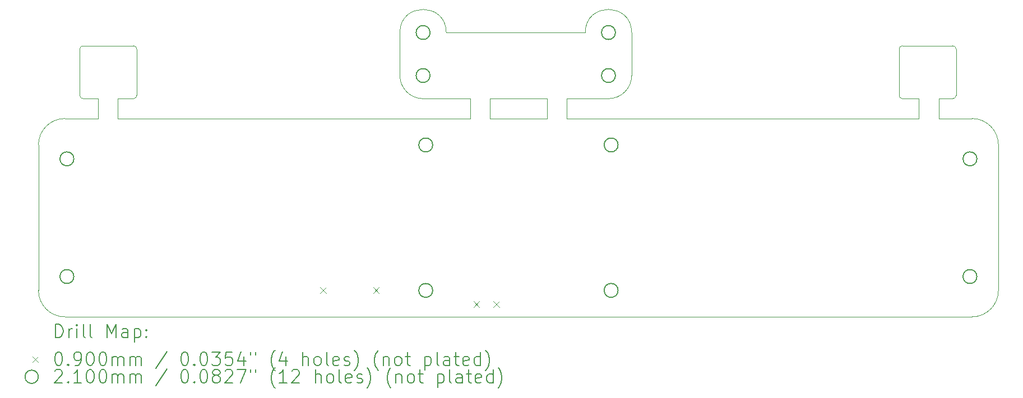
<source format=gbr>
%TF.GenerationSoftware,KiCad,Pcbnew,8.0.4*%
%TF.CreationDate,2024-11-30T14:10:03+01:00*%
%TF.ProjectId,ALL_PCBS,414c4c5f-5043-4425-932e-6b696361645f,rev?*%
%TF.SameCoordinates,Original*%
%TF.FileFunction,Drillmap*%
%TF.FilePolarity,Positive*%
%FSLAX45Y45*%
G04 Gerber Fmt 4.5, Leading zero omitted, Abs format (unit mm)*
G04 Created by KiCad (PCBNEW 8.0.4) date 2024-11-30 14:10:03*
%MOMM*%
%LPD*%
G01*
G04 APERTURE LIST*
%ADD10C,0.050000*%
%ADD11C,0.200000*%
%ADD12C,0.100000*%
%ADD13C,0.210000*%
G04 APERTURE END LIST*
D10*
X15240000Y-9120000D02*
X17340000Y-9120000D01*
X22147000Y-9320000D02*
X22130000Y-9320000D01*
X22080000Y-10070000D02*
X22080000Y-9370000D01*
X9704355Y-9570000D02*
X9704355Y-9370000D01*
X9775000Y-9320000D02*
X10300000Y-9320000D01*
X18040000Y-9770000D02*
G75*
G02*
X17690000Y-10120000I-350000J0D01*
G01*
X22890645Y-10120000D02*
X22680000Y-10120000D01*
X9480000Y-13420000D02*
G75*
G02*
X9080000Y-13020000I0J400000D01*
G01*
X9080000Y-10820000D02*
G75*
G02*
X9480000Y-10420000I400000J0D01*
G01*
X10565000Y-9370000D02*
X10565000Y-10070000D01*
X16760000Y-10120000D02*
X15900000Y-10120000D01*
X15900000Y-10420000D02*
X16760000Y-10420000D01*
X23180000Y-13420000D02*
X9480000Y-13420000D01*
X9704355Y-9370000D02*
G75*
G02*
X9754355Y-9319995I50005J0D01*
G01*
X15900000Y-10120000D02*
X15900000Y-10420000D01*
X23180000Y-10420000D02*
G75*
G02*
X23580000Y-10820000I0J-400000D01*
G01*
X22940645Y-9370000D02*
X22940645Y-9570000D01*
X17060000Y-10120000D02*
X17690000Y-10120000D01*
X22380000Y-10420000D02*
X17060000Y-10420000D01*
X22130000Y-10120000D02*
G75*
G02*
X22080000Y-10070000I0J50000D01*
G01*
X14890000Y-10120000D02*
G75*
G02*
X14540000Y-9770000I0J350000D01*
G01*
X15600000Y-10420000D02*
X15600000Y-10120000D01*
X22270000Y-9320000D02*
X22185000Y-9320000D01*
X22275000Y-9320000D02*
X22270000Y-9320000D01*
X10370000Y-9320000D02*
X10460000Y-9320000D01*
X14540000Y-9770000D02*
X14540000Y-9120000D01*
X9080000Y-13020000D02*
X9080000Y-10820000D01*
X9754355Y-10120000D02*
G75*
G02*
X9704360Y-10070000I5J50000D01*
G01*
X22680000Y-10420000D02*
X22680000Y-10120000D01*
X9980000Y-10120000D02*
X9775000Y-10120000D01*
X22890645Y-9320000D02*
G75*
G02*
X22940640Y-9370000I-5J-50000D01*
G01*
X10300000Y-9320000D02*
X10370000Y-9320000D01*
X10498000Y-9320000D02*
X10515000Y-9320000D01*
X9754355Y-9320000D02*
X9775000Y-9320000D01*
X10515000Y-10120000D02*
X10280000Y-10120000D01*
X22345000Y-9320000D02*
X22870000Y-9320000D01*
X10280000Y-10420000D02*
X15600000Y-10420000D01*
X14540000Y-9120000D02*
G75*
G02*
X15240000Y-9120000I350000J0D01*
G01*
X16760000Y-10120000D02*
X16760000Y-10420000D01*
X22890645Y-9320000D02*
X22870000Y-9320000D01*
X22380000Y-10120000D02*
X22130000Y-10120000D01*
X22940645Y-9870000D02*
X22940645Y-10070000D01*
X10515000Y-9320000D02*
G75*
G02*
X10565000Y-9370000I0J-50000D01*
G01*
X10460000Y-9320000D02*
X10498000Y-9320000D01*
X10280000Y-10120000D02*
X10280000Y-10420000D01*
X22940645Y-9570000D02*
X22940645Y-9870000D01*
X23580000Y-10820000D02*
X23580000Y-13020000D01*
X22940645Y-10070000D02*
G75*
G02*
X22890645Y-10120005I-50005J0D01*
G01*
X9704355Y-9870000D02*
X9704355Y-9570000D01*
X17340000Y-9120000D02*
G75*
G02*
X18040000Y-9120000I350000J0D01*
G01*
X18040000Y-9120000D02*
X18040000Y-9770000D01*
X9480000Y-10420000D02*
X9980000Y-10420000D01*
X9754355Y-10120000D02*
X9775000Y-10120000D01*
X23180000Y-10420000D02*
X22680000Y-10420000D01*
X22380000Y-10120000D02*
X22380000Y-10420000D01*
X17060000Y-10420000D02*
X17060000Y-10120000D01*
X9704355Y-10070000D02*
X9704355Y-9870000D01*
X22185000Y-9320000D02*
X22147000Y-9320000D01*
X9980000Y-10420000D02*
X9980000Y-10120000D01*
X23580000Y-13020000D02*
G75*
G02*
X23180000Y-13420000I-400000J0D01*
G01*
X22345000Y-9320000D02*
X22275000Y-9320000D01*
X22080000Y-9370000D02*
G75*
G02*
X22130000Y-9320000I50000J0D01*
G01*
X10565000Y-10070000D02*
G75*
G02*
X10515000Y-10120000I-50000J0D01*
G01*
X15600000Y-10120000D02*
X14890000Y-10120000D01*
D11*
D12*
X13335000Y-12975000D02*
X13425000Y-13065000D01*
X13425000Y-12975000D02*
X13335000Y-13065000D01*
X14135000Y-12975000D02*
X14225000Y-13065000D01*
X14225000Y-12975000D02*
X14135000Y-13065000D01*
X15650000Y-13186000D02*
X15740000Y-13276000D01*
X15740000Y-13186000D02*
X15650000Y-13276000D01*
X15950000Y-13186000D02*
X16040000Y-13276000D01*
X16040000Y-13186000D02*
X15950000Y-13276000D01*
D13*
X9615000Y-11030000D02*
G75*
G02*
X9405000Y-11030000I-105000J0D01*
G01*
X9405000Y-11030000D02*
G75*
G02*
X9615000Y-11030000I105000J0D01*
G01*
X9615000Y-12810000D02*
G75*
G02*
X9405000Y-12810000I-105000J0D01*
G01*
X9405000Y-12810000D02*
G75*
G02*
X9615000Y-12810000I105000J0D01*
G01*
X14995000Y-9120000D02*
G75*
G02*
X14785000Y-9120000I-105000J0D01*
G01*
X14785000Y-9120000D02*
G75*
G02*
X14995000Y-9120000I105000J0D01*
G01*
X14995000Y-9770000D02*
G75*
G02*
X14785000Y-9770000I-105000J0D01*
G01*
X14785000Y-9770000D02*
G75*
G02*
X14995000Y-9770000I105000J0D01*
G01*
X15035000Y-10820000D02*
G75*
G02*
X14825000Y-10820000I-105000J0D01*
G01*
X14825000Y-10820000D02*
G75*
G02*
X15035000Y-10820000I105000J0D01*
G01*
X15035000Y-13020000D02*
G75*
G02*
X14825000Y-13020000I-105000J0D01*
G01*
X14825000Y-13020000D02*
G75*
G02*
X15035000Y-13020000I105000J0D01*
G01*
X17795000Y-9120000D02*
G75*
G02*
X17585000Y-9120000I-105000J0D01*
G01*
X17585000Y-9120000D02*
G75*
G02*
X17795000Y-9120000I105000J0D01*
G01*
X17795000Y-9770000D02*
G75*
G02*
X17585000Y-9770000I-105000J0D01*
G01*
X17585000Y-9770000D02*
G75*
G02*
X17795000Y-9770000I105000J0D01*
G01*
X17835000Y-10820000D02*
G75*
G02*
X17625000Y-10820000I-105000J0D01*
G01*
X17625000Y-10820000D02*
G75*
G02*
X17835000Y-10820000I105000J0D01*
G01*
X17835000Y-13020000D02*
G75*
G02*
X17625000Y-13020000I-105000J0D01*
G01*
X17625000Y-13020000D02*
G75*
G02*
X17835000Y-13020000I105000J0D01*
G01*
X23255000Y-11030000D02*
G75*
G02*
X23045000Y-11030000I-105000J0D01*
G01*
X23045000Y-11030000D02*
G75*
G02*
X23255000Y-11030000I105000J0D01*
G01*
X23255000Y-12810000D02*
G75*
G02*
X23045000Y-12810000I-105000J0D01*
G01*
X23045000Y-12810000D02*
G75*
G02*
X23255000Y-12810000I105000J0D01*
G01*
D11*
X9338277Y-13733984D02*
X9338277Y-13533984D01*
X9338277Y-13533984D02*
X9385896Y-13533984D01*
X9385896Y-13533984D02*
X9414467Y-13543508D01*
X9414467Y-13543508D02*
X9433515Y-13562555D01*
X9433515Y-13562555D02*
X9443039Y-13581603D01*
X9443039Y-13581603D02*
X9452563Y-13619698D01*
X9452563Y-13619698D02*
X9452563Y-13648269D01*
X9452563Y-13648269D02*
X9443039Y-13686365D01*
X9443039Y-13686365D02*
X9433515Y-13705412D01*
X9433515Y-13705412D02*
X9414467Y-13724460D01*
X9414467Y-13724460D02*
X9385896Y-13733984D01*
X9385896Y-13733984D02*
X9338277Y-13733984D01*
X9538277Y-13733984D02*
X9538277Y-13600650D01*
X9538277Y-13638746D02*
X9547801Y-13619698D01*
X9547801Y-13619698D02*
X9557324Y-13610174D01*
X9557324Y-13610174D02*
X9576372Y-13600650D01*
X9576372Y-13600650D02*
X9595420Y-13600650D01*
X9662086Y-13733984D02*
X9662086Y-13600650D01*
X9662086Y-13533984D02*
X9652563Y-13543508D01*
X9652563Y-13543508D02*
X9662086Y-13553031D01*
X9662086Y-13553031D02*
X9671610Y-13543508D01*
X9671610Y-13543508D02*
X9662086Y-13533984D01*
X9662086Y-13533984D02*
X9662086Y-13553031D01*
X9785896Y-13733984D02*
X9766848Y-13724460D01*
X9766848Y-13724460D02*
X9757324Y-13705412D01*
X9757324Y-13705412D02*
X9757324Y-13533984D01*
X9890658Y-13733984D02*
X9871610Y-13724460D01*
X9871610Y-13724460D02*
X9862086Y-13705412D01*
X9862086Y-13705412D02*
X9862086Y-13533984D01*
X10119229Y-13733984D02*
X10119229Y-13533984D01*
X10119229Y-13533984D02*
X10185896Y-13676841D01*
X10185896Y-13676841D02*
X10252563Y-13533984D01*
X10252563Y-13533984D02*
X10252563Y-13733984D01*
X10433515Y-13733984D02*
X10433515Y-13629222D01*
X10433515Y-13629222D02*
X10423991Y-13610174D01*
X10423991Y-13610174D02*
X10404944Y-13600650D01*
X10404944Y-13600650D02*
X10366848Y-13600650D01*
X10366848Y-13600650D02*
X10347801Y-13610174D01*
X10433515Y-13724460D02*
X10414467Y-13733984D01*
X10414467Y-13733984D02*
X10366848Y-13733984D01*
X10366848Y-13733984D02*
X10347801Y-13724460D01*
X10347801Y-13724460D02*
X10338277Y-13705412D01*
X10338277Y-13705412D02*
X10338277Y-13686365D01*
X10338277Y-13686365D02*
X10347801Y-13667317D01*
X10347801Y-13667317D02*
X10366848Y-13657793D01*
X10366848Y-13657793D02*
X10414467Y-13657793D01*
X10414467Y-13657793D02*
X10433515Y-13648269D01*
X10528753Y-13600650D02*
X10528753Y-13800650D01*
X10528753Y-13610174D02*
X10547801Y-13600650D01*
X10547801Y-13600650D02*
X10585896Y-13600650D01*
X10585896Y-13600650D02*
X10604944Y-13610174D01*
X10604944Y-13610174D02*
X10614467Y-13619698D01*
X10614467Y-13619698D02*
X10623991Y-13638746D01*
X10623991Y-13638746D02*
X10623991Y-13695888D01*
X10623991Y-13695888D02*
X10614467Y-13714936D01*
X10614467Y-13714936D02*
X10604944Y-13724460D01*
X10604944Y-13724460D02*
X10585896Y-13733984D01*
X10585896Y-13733984D02*
X10547801Y-13733984D01*
X10547801Y-13733984D02*
X10528753Y-13724460D01*
X10709705Y-13714936D02*
X10719229Y-13724460D01*
X10719229Y-13724460D02*
X10709705Y-13733984D01*
X10709705Y-13733984D02*
X10700182Y-13724460D01*
X10700182Y-13724460D02*
X10709705Y-13714936D01*
X10709705Y-13714936D02*
X10709705Y-13733984D01*
X10709705Y-13610174D02*
X10719229Y-13619698D01*
X10719229Y-13619698D02*
X10709705Y-13629222D01*
X10709705Y-13629222D02*
X10700182Y-13619698D01*
X10700182Y-13619698D02*
X10709705Y-13610174D01*
X10709705Y-13610174D02*
X10709705Y-13629222D01*
D12*
X8987500Y-14017500D02*
X9077500Y-14107500D01*
X9077500Y-14017500D02*
X8987500Y-14107500D01*
D11*
X9376372Y-13953984D02*
X9395420Y-13953984D01*
X9395420Y-13953984D02*
X9414467Y-13963508D01*
X9414467Y-13963508D02*
X9423991Y-13973031D01*
X9423991Y-13973031D02*
X9433515Y-13992079D01*
X9433515Y-13992079D02*
X9443039Y-14030174D01*
X9443039Y-14030174D02*
X9443039Y-14077793D01*
X9443039Y-14077793D02*
X9433515Y-14115888D01*
X9433515Y-14115888D02*
X9423991Y-14134936D01*
X9423991Y-14134936D02*
X9414467Y-14144460D01*
X9414467Y-14144460D02*
X9395420Y-14153984D01*
X9395420Y-14153984D02*
X9376372Y-14153984D01*
X9376372Y-14153984D02*
X9357324Y-14144460D01*
X9357324Y-14144460D02*
X9347801Y-14134936D01*
X9347801Y-14134936D02*
X9338277Y-14115888D01*
X9338277Y-14115888D02*
X9328753Y-14077793D01*
X9328753Y-14077793D02*
X9328753Y-14030174D01*
X9328753Y-14030174D02*
X9338277Y-13992079D01*
X9338277Y-13992079D02*
X9347801Y-13973031D01*
X9347801Y-13973031D02*
X9357324Y-13963508D01*
X9357324Y-13963508D02*
X9376372Y-13953984D01*
X9528753Y-14134936D02*
X9538277Y-14144460D01*
X9538277Y-14144460D02*
X9528753Y-14153984D01*
X9528753Y-14153984D02*
X9519229Y-14144460D01*
X9519229Y-14144460D02*
X9528753Y-14134936D01*
X9528753Y-14134936D02*
X9528753Y-14153984D01*
X9633515Y-14153984D02*
X9671610Y-14153984D01*
X9671610Y-14153984D02*
X9690658Y-14144460D01*
X9690658Y-14144460D02*
X9700182Y-14134936D01*
X9700182Y-14134936D02*
X9719229Y-14106365D01*
X9719229Y-14106365D02*
X9728753Y-14068269D01*
X9728753Y-14068269D02*
X9728753Y-13992079D01*
X9728753Y-13992079D02*
X9719229Y-13973031D01*
X9719229Y-13973031D02*
X9709705Y-13963508D01*
X9709705Y-13963508D02*
X9690658Y-13953984D01*
X9690658Y-13953984D02*
X9652563Y-13953984D01*
X9652563Y-13953984D02*
X9633515Y-13963508D01*
X9633515Y-13963508D02*
X9623991Y-13973031D01*
X9623991Y-13973031D02*
X9614467Y-13992079D01*
X9614467Y-13992079D02*
X9614467Y-14039698D01*
X9614467Y-14039698D02*
X9623991Y-14058746D01*
X9623991Y-14058746D02*
X9633515Y-14068269D01*
X9633515Y-14068269D02*
X9652563Y-14077793D01*
X9652563Y-14077793D02*
X9690658Y-14077793D01*
X9690658Y-14077793D02*
X9709705Y-14068269D01*
X9709705Y-14068269D02*
X9719229Y-14058746D01*
X9719229Y-14058746D02*
X9728753Y-14039698D01*
X9852563Y-13953984D02*
X9871610Y-13953984D01*
X9871610Y-13953984D02*
X9890658Y-13963508D01*
X9890658Y-13963508D02*
X9900182Y-13973031D01*
X9900182Y-13973031D02*
X9909705Y-13992079D01*
X9909705Y-13992079D02*
X9919229Y-14030174D01*
X9919229Y-14030174D02*
X9919229Y-14077793D01*
X9919229Y-14077793D02*
X9909705Y-14115888D01*
X9909705Y-14115888D02*
X9900182Y-14134936D01*
X9900182Y-14134936D02*
X9890658Y-14144460D01*
X9890658Y-14144460D02*
X9871610Y-14153984D01*
X9871610Y-14153984D02*
X9852563Y-14153984D01*
X9852563Y-14153984D02*
X9833515Y-14144460D01*
X9833515Y-14144460D02*
X9823991Y-14134936D01*
X9823991Y-14134936D02*
X9814467Y-14115888D01*
X9814467Y-14115888D02*
X9804944Y-14077793D01*
X9804944Y-14077793D02*
X9804944Y-14030174D01*
X9804944Y-14030174D02*
X9814467Y-13992079D01*
X9814467Y-13992079D02*
X9823991Y-13973031D01*
X9823991Y-13973031D02*
X9833515Y-13963508D01*
X9833515Y-13963508D02*
X9852563Y-13953984D01*
X10043039Y-13953984D02*
X10062086Y-13953984D01*
X10062086Y-13953984D02*
X10081134Y-13963508D01*
X10081134Y-13963508D02*
X10090658Y-13973031D01*
X10090658Y-13973031D02*
X10100182Y-13992079D01*
X10100182Y-13992079D02*
X10109705Y-14030174D01*
X10109705Y-14030174D02*
X10109705Y-14077793D01*
X10109705Y-14077793D02*
X10100182Y-14115888D01*
X10100182Y-14115888D02*
X10090658Y-14134936D01*
X10090658Y-14134936D02*
X10081134Y-14144460D01*
X10081134Y-14144460D02*
X10062086Y-14153984D01*
X10062086Y-14153984D02*
X10043039Y-14153984D01*
X10043039Y-14153984D02*
X10023991Y-14144460D01*
X10023991Y-14144460D02*
X10014467Y-14134936D01*
X10014467Y-14134936D02*
X10004944Y-14115888D01*
X10004944Y-14115888D02*
X9995420Y-14077793D01*
X9995420Y-14077793D02*
X9995420Y-14030174D01*
X9995420Y-14030174D02*
X10004944Y-13992079D01*
X10004944Y-13992079D02*
X10014467Y-13973031D01*
X10014467Y-13973031D02*
X10023991Y-13963508D01*
X10023991Y-13963508D02*
X10043039Y-13953984D01*
X10195420Y-14153984D02*
X10195420Y-14020650D01*
X10195420Y-14039698D02*
X10204944Y-14030174D01*
X10204944Y-14030174D02*
X10223991Y-14020650D01*
X10223991Y-14020650D02*
X10252563Y-14020650D01*
X10252563Y-14020650D02*
X10271610Y-14030174D01*
X10271610Y-14030174D02*
X10281134Y-14049222D01*
X10281134Y-14049222D02*
X10281134Y-14153984D01*
X10281134Y-14049222D02*
X10290658Y-14030174D01*
X10290658Y-14030174D02*
X10309705Y-14020650D01*
X10309705Y-14020650D02*
X10338277Y-14020650D01*
X10338277Y-14020650D02*
X10357325Y-14030174D01*
X10357325Y-14030174D02*
X10366848Y-14049222D01*
X10366848Y-14049222D02*
X10366848Y-14153984D01*
X10462086Y-14153984D02*
X10462086Y-14020650D01*
X10462086Y-14039698D02*
X10471610Y-14030174D01*
X10471610Y-14030174D02*
X10490658Y-14020650D01*
X10490658Y-14020650D02*
X10519229Y-14020650D01*
X10519229Y-14020650D02*
X10538277Y-14030174D01*
X10538277Y-14030174D02*
X10547801Y-14049222D01*
X10547801Y-14049222D02*
X10547801Y-14153984D01*
X10547801Y-14049222D02*
X10557325Y-14030174D01*
X10557325Y-14030174D02*
X10576372Y-14020650D01*
X10576372Y-14020650D02*
X10604944Y-14020650D01*
X10604944Y-14020650D02*
X10623991Y-14030174D01*
X10623991Y-14030174D02*
X10633515Y-14049222D01*
X10633515Y-14049222D02*
X10633515Y-14153984D01*
X11023991Y-13944460D02*
X10852563Y-14201603D01*
X11281134Y-13953984D02*
X11300182Y-13953984D01*
X11300182Y-13953984D02*
X11319229Y-13963508D01*
X11319229Y-13963508D02*
X11328753Y-13973031D01*
X11328753Y-13973031D02*
X11338277Y-13992079D01*
X11338277Y-13992079D02*
X11347801Y-14030174D01*
X11347801Y-14030174D02*
X11347801Y-14077793D01*
X11347801Y-14077793D02*
X11338277Y-14115888D01*
X11338277Y-14115888D02*
X11328753Y-14134936D01*
X11328753Y-14134936D02*
X11319229Y-14144460D01*
X11319229Y-14144460D02*
X11300182Y-14153984D01*
X11300182Y-14153984D02*
X11281134Y-14153984D01*
X11281134Y-14153984D02*
X11262086Y-14144460D01*
X11262086Y-14144460D02*
X11252563Y-14134936D01*
X11252563Y-14134936D02*
X11243039Y-14115888D01*
X11243039Y-14115888D02*
X11233515Y-14077793D01*
X11233515Y-14077793D02*
X11233515Y-14030174D01*
X11233515Y-14030174D02*
X11243039Y-13992079D01*
X11243039Y-13992079D02*
X11252563Y-13973031D01*
X11252563Y-13973031D02*
X11262086Y-13963508D01*
X11262086Y-13963508D02*
X11281134Y-13953984D01*
X11433515Y-14134936D02*
X11443039Y-14144460D01*
X11443039Y-14144460D02*
X11433515Y-14153984D01*
X11433515Y-14153984D02*
X11423991Y-14144460D01*
X11423991Y-14144460D02*
X11433515Y-14134936D01*
X11433515Y-14134936D02*
X11433515Y-14153984D01*
X11566848Y-13953984D02*
X11585896Y-13953984D01*
X11585896Y-13953984D02*
X11604944Y-13963508D01*
X11604944Y-13963508D02*
X11614467Y-13973031D01*
X11614467Y-13973031D02*
X11623991Y-13992079D01*
X11623991Y-13992079D02*
X11633515Y-14030174D01*
X11633515Y-14030174D02*
X11633515Y-14077793D01*
X11633515Y-14077793D02*
X11623991Y-14115888D01*
X11623991Y-14115888D02*
X11614467Y-14134936D01*
X11614467Y-14134936D02*
X11604944Y-14144460D01*
X11604944Y-14144460D02*
X11585896Y-14153984D01*
X11585896Y-14153984D02*
X11566848Y-14153984D01*
X11566848Y-14153984D02*
X11547801Y-14144460D01*
X11547801Y-14144460D02*
X11538277Y-14134936D01*
X11538277Y-14134936D02*
X11528753Y-14115888D01*
X11528753Y-14115888D02*
X11519229Y-14077793D01*
X11519229Y-14077793D02*
X11519229Y-14030174D01*
X11519229Y-14030174D02*
X11528753Y-13992079D01*
X11528753Y-13992079D02*
X11538277Y-13973031D01*
X11538277Y-13973031D02*
X11547801Y-13963508D01*
X11547801Y-13963508D02*
X11566848Y-13953984D01*
X11700182Y-13953984D02*
X11823991Y-13953984D01*
X11823991Y-13953984D02*
X11757325Y-14030174D01*
X11757325Y-14030174D02*
X11785896Y-14030174D01*
X11785896Y-14030174D02*
X11804944Y-14039698D01*
X11804944Y-14039698D02*
X11814467Y-14049222D01*
X11814467Y-14049222D02*
X11823991Y-14068269D01*
X11823991Y-14068269D02*
X11823991Y-14115888D01*
X11823991Y-14115888D02*
X11814467Y-14134936D01*
X11814467Y-14134936D02*
X11804944Y-14144460D01*
X11804944Y-14144460D02*
X11785896Y-14153984D01*
X11785896Y-14153984D02*
X11728753Y-14153984D01*
X11728753Y-14153984D02*
X11709706Y-14144460D01*
X11709706Y-14144460D02*
X11700182Y-14134936D01*
X12004944Y-13953984D02*
X11909706Y-13953984D01*
X11909706Y-13953984D02*
X11900182Y-14049222D01*
X11900182Y-14049222D02*
X11909706Y-14039698D01*
X11909706Y-14039698D02*
X11928753Y-14030174D01*
X11928753Y-14030174D02*
X11976372Y-14030174D01*
X11976372Y-14030174D02*
X11995420Y-14039698D01*
X11995420Y-14039698D02*
X12004944Y-14049222D01*
X12004944Y-14049222D02*
X12014467Y-14068269D01*
X12014467Y-14068269D02*
X12014467Y-14115888D01*
X12014467Y-14115888D02*
X12004944Y-14134936D01*
X12004944Y-14134936D02*
X11995420Y-14144460D01*
X11995420Y-14144460D02*
X11976372Y-14153984D01*
X11976372Y-14153984D02*
X11928753Y-14153984D01*
X11928753Y-14153984D02*
X11909706Y-14144460D01*
X11909706Y-14144460D02*
X11900182Y-14134936D01*
X12185896Y-14020650D02*
X12185896Y-14153984D01*
X12138277Y-13944460D02*
X12090658Y-14087317D01*
X12090658Y-14087317D02*
X12214467Y-14087317D01*
X12281134Y-13953984D02*
X12281134Y-13992079D01*
X12357325Y-13953984D02*
X12357325Y-13992079D01*
X12652563Y-14230174D02*
X12643039Y-14220650D01*
X12643039Y-14220650D02*
X12623991Y-14192079D01*
X12623991Y-14192079D02*
X12614468Y-14173031D01*
X12614468Y-14173031D02*
X12604944Y-14144460D01*
X12604944Y-14144460D02*
X12595420Y-14096841D01*
X12595420Y-14096841D02*
X12595420Y-14058746D01*
X12595420Y-14058746D02*
X12604944Y-14011127D01*
X12604944Y-14011127D02*
X12614468Y-13982555D01*
X12614468Y-13982555D02*
X12623991Y-13963508D01*
X12623991Y-13963508D02*
X12643039Y-13934936D01*
X12643039Y-13934936D02*
X12652563Y-13925412D01*
X12814468Y-14020650D02*
X12814468Y-14153984D01*
X12766848Y-13944460D02*
X12719229Y-14087317D01*
X12719229Y-14087317D02*
X12843039Y-14087317D01*
X13071610Y-14153984D02*
X13071610Y-13953984D01*
X13157325Y-14153984D02*
X13157325Y-14049222D01*
X13157325Y-14049222D02*
X13147801Y-14030174D01*
X13147801Y-14030174D02*
X13128753Y-14020650D01*
X13128753Y-14020650D02*
X13100182Y-14020650D01*
X13100182Y-14020650D02*
X13081134Y-14030174D01*
X13081134Y-14030174D02*
X13071610Y-14039698D01*
X13281134Y-14153984D02*
X13262087Y-14144460D01*
X13262087Y-14144460D02*
X13252563Y-14134936D01*
X13252563Y-14134936D02*
X13243039Y-14115888D01*
X13243039Y-14115888D02*
X13243039Y-14058746D01*
X13243039Y-14058746D02*
X13252563Y-14039698D01*
X13252563Y-14039698D02*
X13262087Y-14030174D01*
X13262087Y-14030174D02*
X13281134Y-14020650D01*
X13281134Y-14020650D02*
X13309706Y-14020650D01*
X13309706Y-14020650D02*
X13328753Y-14030174D01*
X13328753Y-14030174D02*
X13338277Y-14039698D01*
X13338277Y-14039698D02*
X13347801Y-14058746D01*
X13347801Y-14058746D02*
X13347801Y-14115888D01*
X13347801Y-14115888D02*
X13338277Y-14134936D01*
X13338277Y-14134936D02*
X13328753Y-14144460D01*
X13328753Y-14144460D02*
X13309706Y-14153984D01*
X13309706Y-14153984D02*
X13281134Y-14153984D01*
X13462087Y-14153984D02*
X13443039Y-14144460D01*
X13443039Y-14144460D02*
X13433515Y-14125412D01*
X13433515Y-14125412D02*
X13433515Y-13953984D01*
X13614468Y-14144460D02*
X13595420Y-14153984D01*
X13595420Y-14153984D02*
X13557325Y-14153984D01*
X13557325Y-14153984D02*
X13538277Y-14144460D01*
X13538277Y-14144460D02*
X13528753Y-14125412D01*
X13528753Y-14125412D02*
X13528753Y-14049222D01*
X13528753Y-14049222D02*
X13538277Y-14030174D01*
X13538277Y-14030174D02*
X13557325Y-14020650D01*
X13557325Y-14020650D02*
X13595420Y-14020650D01*
X13595420Y-14020650D02*
X13614468Y-14030174D01*
X13614468Y-14030174D02*
X13623991Y-14049222D01*
X13623991Y-14049222D02*
X13623991Y-14068269D01*
X13623991Y-14068269D02*
X13528753Y-14087317D01*
X13700182Y-14144460D02*
X13719230Y-14153984D01*
X13719230Y-14153984D02*
X13757325Y-14153984D01*
X13757325Y-14153984D02*
X13776372Y-14144460D01*
X13776372Y-14144460D02*
X13785896Y-14125412D01*
X13785896Y-14125412D02*
X13785896Y-14115888D01*
X13785896Y-14115888D02*
X13776372Y-14096841D01*
X13776372Y-14096841D02*
X13757325Y-14087317D01*
X13757325Y-14087317D02*
X13728753Y-14087317D01*
X13728753Y-14087317D02*
X13709706Y-14077793D01*
X13709706Y-14077793D02*
X13700182Y-14058746D01*
X13700182Y-14058746D02*
X13700182Y-14049222D01*
X13700182Y-14049222D02*
X13709706Y-14030174D01*
X13709706Y-14030174D02*
X13728753Y-14020650D01*
X13728753Y-14020650D02*
X13757325Y-14020650D01*
X13757325Y-14020650D02*
X13776372Y-14030174D01*
X13852563Y-14230174D02*
X13862087Y-14220650D01*
X13862087Y-14220650D02*
X13881134Y-14192079D01*
X13881134Y-14192079D02*
X13890658Y-14173031D01*
X13890658Y-14173031D02*
X13900182Y-14144460D01*
X13900182Y-14144460D02*
X13909706Y-14096841D01*
X13909706Y-14096841D02*
X13909706Y-14058746D01*
X13909706Y-14058746D02*
X13900182Y-14011127D01*
X13900182Y-14011127D02*
X13890658Y-13982555D01*
X13890658Y-13982555D02*
X13881134Y-13963508D01*
X13881134Y-13963508D02*
X13862087Y-13934936D01*
X13862087Y-13934936D02*
X13852563Y-13925412D01*
X14214468Y-14230174D02*
X14204944Y-14220650D01*
X14204944Y-14220650D02*
X14185896Y-14192079D01*
X14185896Y-14192079D02*
X14176372Y-14173031D01*
X14176372Y-14173031D02*
X14166849Y-14144460D01*
X14166849Y-14144460D02*
X14157325Y-14096841D01*
X14157325Y-14096841D02*
X14157325Y-14058746D01*
X14157325Y-14058746D02*
X14166849Y-14011127D01*
X14166849Y-14011127D02*
X14176372Y-13982555D01*
X14176372Y-13982555D02*
X14185896Y-13963508D01*
X14185896Y-13963508D02*
X14204944Y-13934936D01*
X14204944Y-13934936D02*
X14214468Y-13925412D01*
X14290658Y-14020650D02*
X14290658Y-14153984D01*
X14290658Y-14039698D02*
X14300182Y-14030174D01*
X14300182Y-14030174D02*
X14319230Y-14020650D01*
X14319230Y-14020650D02*
X14347801Y-14020650D01*
X14347801Y-14020650D02*
X14366849Y-14030174D01*
X14366849Y-14030174D02*
X14376372Y-14049222D01*
X14376372Y-14049222D02*
X14376372Y-14153984D01*
X14500182Y-14153984D02*
X14481134Y-14144460D01*
X14481134Y-14144460D02*
X14471611Y-14134936D01*
X14471611Y-14134936D02*
X14462087Y-14115888D01*
X14462087Y-14115888D02*
X14462087Y-14058746D01*
X14462087Y-14058746D02*
X14471611Y-14039698D01*
X14471611Y-14039698D02*
X14481134Y-14030174D01*
X14481134Y-14030174D02*
X14500182Y-14020650D01*
X14500182Y-14020650D02*
X14528753Y-14020650D01*
X14528753Y-14020650D02*
X14547801Y-14030174D01*
X14547801Y-14030174D02*
X14557325Y-14039698D01*
X14557325Y-14039698D02*
X14566849Y-14058746D01*
X14566849Y-14058746D02*
X14566849Y-14115888D01*
X14566849Y-14115888D02*
X14557325Y-14134936D01*
X14557325Y-14134936D02*
X14547801Y-14144460D01*
X14547801Y-14144460D02*
X14528753Y-14153984D01*
X14528753Y-14153984D02*
X14500182Y-14153984D01*
X14623992Y-14020650D02*
X14700182Y-14020650D01*
X14652563Y-13953984D02*
X14652563Y-14125412D01*
X14652563Y-14125412D02*
X14662087Y-14144460D01*
X14662087Y-14144460D02*
X14681134Y-14153984D01*
X14681134Y-14153984D02*
X14700182Y-14153984D01*
X14919230Y-14020650D02*
X14919230Y-14220650D01*
X14919230Y-14030174D02*
X14938277Y-14020650D01*
X14938277Y-14020650D02*
X14976373Y-14020650D01*
X14976373Y-14020650D02*
X14995420Y-14030174D01*
X14995420Y-14030174D02*
X15004944Y-14039698D01*
X15004944Y-14039698D02*
X15014468Y-14058746D01*
X15014468Y-14058746D02*
X15014468Y-14115888D01*
X15014468Y-14115888D02*
X15004944Y-14134936D01*
X15004944Y-14134936D02*
X14995420Y-14144460D01*
X14995420Y-14144460D02*
X14976373Y-14153984D01*
X14976373Y-14153984D02*
X14938277Y-14153984D01*
X14938277Y-14153984D02*
X14919230Y-14144460D01*
X15128753Y-14153984D02*
X15109706Y-14144460D01*
X15109706Y-14144460D02*
X15100182Y-14125412D01*
X15100182Y-14125412D02*
X15100182Y-13953984D01*
X15290658Y-14153984D02*
X15290658Y-14049222D01*
X15290658Y-14049222D02*
X15281134Y-14030174D01*
X15281134Y-14030174D02*
X15262087Y-14020650D01*
X15262087Y-14020650D02*
X15223992Y-14020650D01*
X15223992Y-14020650D02*
X15204944Y-14030174D01*
X15290658Y-14144460D02*
X15271611Y-14153984D01*
X15271611Y-14153984D02*
X15223992Y-14153984D01*
X15223992Y-14153984D02*
X15204944Y-14144460D01*
X15204944Y-14144460D02*
X15195420Y-14125412D01*
X15195420Y-14125412D02*
X15195420Y-14106365D01*
X15195420Y-14106365D02*
X15204944Y-14087317D01*
X15204944Y-14087317D02*
X15223992Y-14077793D01*
X15223992Y-14077793D02*
X15271611Y-14077793D01*
X15271611Y-14077793D02*
X15290658Y-14068269D01*
X15357325Y-14020650D02*
X15433515Y-14020650D01*
X15385896Y-13953984D02*
X15385896Y-14125412D01*
X15385896Y-14125412D02*
X15395420Y-14144460D01*
X15395420Y-14144460D02*
X15414468Y-14153984D01*
X15414468Y-14153984D02*
X15433515Y-14153984D01*
X15576373Y-14144460D02*
X15557325Y-14153984D01*
X15557325Y-14153984D02*
X15519230Y-14153984D01*
X15519230Y-14153984D02*
X15500182Y-14144460D01*
X15500182Y-14144460D02*
X15490658Y-14125412D01*
X15490658Y-14125412D02*
X15490658Y-14049222D01*
X15490658Y-14049222D02*
X15500182Y-14030174D01*
X15500182Y-14030174D02*
X15519230Y-14020650D01*
X15519230Y-14020650D02*
X15557325Y-14020650D01*
X15557325Y-14020650D02*
X15576373Y-14030174D01*
X15576373Y-14030174D02*
X15585896Y-14049222D01*
X15585896Y-14049222D02*
X15585896Y-14068269D01*
X15585896Y-14068269D02*
X15490658Y-14087317D01*
X15757325Y-14153984D02*
X15757325Y-13953984D01*
X15757325Y-14144460D02*
X15738277Y-14153984D01*
X15738277Y-14153984D02*
X15700182Y-14153984D01*
X15700182Y-14153984D02*
X15681134Y-14144460D01*
X15681134Y-14144460D02*
X15671611Y-14134936D01*
X15671611Y-14134936D02*
X15662087Y-14115888D01*
X15662087Y-14115888D02*
X15662087Y-14058746D01*
X15662087Y-14058746D02*
X15671611Y-14039698D01*
X15671611Y-14039698D02*
X15681134Y-14030174D01*
X15681134Y-14030174D02*
X15700182Y-14020650D01*
X15700182Y-14020650D02*
X15738277Y-14020650D01*
X15738277Y-14020650D02*
X15757325Y-14030174D01*
X15833515Y-14230174D02*
X15843039Y-14220650D01*
X15843039Y-14220650D02*
X15862087Y-14192079D01*
X15862087Y-14192079D02*
X15871611Y-14173031D01*
X15871611Y-14173031D02*
X15881134Y-14144460D01*
X15881134Y-14144460D02*
X15890658Y-14096841D01*
X15890658Y-14096841D02*
X15890658Y-14058746D01*
X15890658Y-14058746D02*
X15881134Y-14011127D01*
X15881134Y-14011127D02*
X15871611Y-13982555D01*
X15871611Y-13982555D02*
X15862087Y-13963508D01*
X15862087Y-13963508D02*
X15843039Y-13934936D01*
X15843039Y-13934936D02*
X15833515Y-13925412D01*
X9077500Y-14326500D02*
G75*
G02*
X8877500Y-14326500I-100000J0D01*
G01*
X8877500Y-14326500D02*
G75*
G02*
X9077500Y-14326500I100000J0D01*
G01*
X9328753Y-14237031D02*
X9338277Y-14227508D01*
X9338277Y-14227508D02*
X9357324Y-14217984D01*
X9357324Y-14217984D02*
X9404944Y-14217984D01*
X9404944Y-14217984D02*
X9423991Y-14227508D01*
X9423991Y-14227508D02*
X9433515Y-14237031D01*
X9433515Y-14237031D02*
X9443039Y-14256079D01*
X9443039Y-14256079D02*
X9443039Y-14275127D01*
X9443039Y-14275127D02*
X9433515Y-14303698D01*
X9433515Y-14303698D02*
X9319229Y-14417984D01*
X9319229Y-14417984D02*
X9443039Y-14417984D01*
X9528753Y-14398936D02*
X9538277Y-14408460D01*
X9538277Y-14408460D02*
X9528753Y-14417984D01*
X9528753Y-14417984D02*
X9519229Y-14408460D01*
X9519229Y-14408460D02*
X9528753Y-14398936D01*
X9528753Y-14398936D02*
X9528753Y-14417984D01*
X9728753Y-14417984D02*
X9614467Y-14417984D01*
X9671610Y-14417984D02*
X9671610Y-14217984D01*
X9671610Y-14217984D02*
X9652563Y-14246555D01*
X9652563Y-14246555D02*
X9633515Y-14265603D01*
X9633515Y-14265603D02*
X9614467Y-14275127D01*
X9852563Y-14217984D02*
X9871610Y-14217984D01*
X9871610Y-14217984D02*
X9890658Y-14227508D01*
X9890658Y-14227508D02*
X9900182Y-14237031D01*
X9900182Y-14237031D02*
X9909705Y-14256079D01*
X9909705Y-14256079D02*
X9919229Y-14294174D01*
X9919229Y-14294174D02*
X9919229Y-14341793D01*
X9919229Y-14341793D02*
X9909705Y-14379888D01*
X9909705Y-14379888D02*
X9900182Y-14398936D01*
X9900182Y-14398936D02*
X9890658Y-14408460D01*
X9890658Y-14408460D02*
X9871610Y-14417984D01*
X9871610Y-14417984D02*
X9852563Y-14417984D01*
X9852563Y-14417984D02*
X9833515Y-14408460D01*
X9833515Y-14408460D02*
X9823991Y-14398936D01*
X9823991Y-14398936D02*
X9814467Y-14379888D01*
X9814467Y-14379888D02*
X9804944Y-14341793D01*
X9804944Y-14341793D02*
X9804944Y-14294174D01*
X9804944Y-14294174D02*
X9814467Y-14256079D01*
X9814467Y-14256079D02*
X9823991Y-14237031D01*
X9823991Y-14237031D02*
X9833515Y-14227508D01*
X9833515Y-14227508D02*
X9852563Y-14217984D01*
X10043039Y-14217984D02*
X10062086Y-14217984D01*
X10062086Y-14217984D02*
X10081134Y-14227508D01*
X10081134Y-14227508D02*
X10090658Y-14237031D01*
X10090658Y-14237031D02*
X10100182Y-14256079D01*
X10100182Y-14256079D02*
X10109705Y-14294174D01*
X10109705Y-14294174D02*
X10109705Y-14341793D01*
X10109705Y-14341793D02*
X10100182Y-14379888D01*
X10100182Y-14379888D02*
X10090658Y-14398936D01*
X10090658Y-14398936D02*
X10081134Y-14408460D01*
X10081134Y-14408460D02*
X10062086Y-14417984D01*
X10062086Y-14417984D02*
X10043039Y-14417984D01*
X10043039Y-14417984D02*
X10023991Y-14408460D01*
X10023991Y-14408460D02*
X10014467Y-14398936D01*
X10014467Y-14398936D02*
X10004944Y-14379888D01*
X10004944Y-14379888D02*
X9995420Y-14341793D01*
X9995420Y-14341793D02*
X9995420Y-14294174D01*
X9995420Y-14294174D02*
X10004944Y-14256079D01*
X10004944Y-14256079D02*
X10014467Y-14237031D01*
X10014467Y-14237031D02*
X10023991Y-14227508D01*
X10023991Y-14227508D02*
X10043039Y-14217984D01*
X10195420Y-14417984D02*
X10195420Y-14284650D01*
X10195420Y-14303698D02*
X10204944Y-14294174D01*
X10204944Y-14294174D02*
X10223991Y-14284650D01*
X10223991Y-14284650D02*
X10252563Y-14284650D01*
X10252563Y-14284650D02*
X10271610Y-14294174D01*
X10271610Y-14294174D02*
X10281134Y-14313222D01*
X10281134Y-14313222D02*
X10281134Y-14417984D01*
X10281134Y-14313222D02*
X10290658Y-14294174D01*
X10290658Y-14294174D02*
X10309705Y-14284650D01*
X10309705Y-14284650D02*
X10338277Y-14284650D01*
X10338277Y-14284650D02*
X10357325Y-14294174D01*
X10357325Y-14294174D02*
X10366848Y-14313222D01*
X10366848Y-14313222D02*
X10366848Y-14417984D01*
X10462086Y-14417984D02*
X10462086Y-14284650D01*
X10462086Y-14303698D02*
X10471610Y-14294174D01*
X10471610Y-14294174D02*
X10490658Y-14284650D01*
X10490658Y-14284650D02*
X10519229Y-14284650D01*
X10519229Y-14284650D02*
X10538277Y-14294174D01*
X10538277Y-14294174D02*
X10547801Y-14313222D01*
X10547801Y-14313222D02*
X10547801Y-14417984D01*
X10547801Y-14313222D02*
X10557325Y-14294174D01*
X10557325Y-14294174D02*
X10576372Y-14284650D01*
X10576372Y-14284650D02*
X10604944Y-14284650D01*
X10604944Y-14284650D02*
X10623991Y-14294174D01*
X10623991Y-14294174D02*
X10633515Y-14313222D01*
X10633515Y-14313222D02*
X10633515Y-14417984D01*
X11023991Y-14208460D02*
X10852563Y-14465603D01*
X11281134Y-14217984D02*
X11300182Y-14217984D01*
X11300182Y-14217984D02*
X11319229Y-14227508D01*
X11319229Y-14227508D02*
X11328753Y-14237031D01*
X11328753Y-14237031D02*
X11338277Y-14256079D01*
X11338277Y-14256079D02*
X11347801Y-14294174D01*
X11347801Y-14294174D02*
X11347801Y-14341793D01*
X11347801Y-14341793D02*
X11338277Y-14379888D01*
X11338277Y-14379888D02*
X11328753Y-14398936D01*
X11328753Y-14398936D02*
X11319229Y-14408460D01*
X11319229Y-14408460D02*
X11300182Y-14417984D01*
X11300182Y-14417984D02*
X11281134Y-14417984D01*
X11281134Y-14417984D02*
X11262086Y-14408460D01*
X11262086Y-14408460D02*
X11252563Y-14398936D01*
X11252563Y-14398936D02*
X11243039Y-14379888D01*
X11243039Y-14379888D02*
X11233515Y-14341793D01*
X11233515Y-14341793D02*
X11233515Y-14294174D01*
X11233515Y-14294174D02*
X11243039Y-14256079D01*
X11243039Y-14256079D02*
X11252563Y-14237031D01*
X11252563Y-14237031D02*
X11262086Y-14227508D01*
X11262086Y-14227508D02*
X11281134Y-14217984D01*
X11433515Y-14398936D02*
X11443039Y-14408460D01*
X11443039Y-14408460D02*
X11433515Y-14417984D01*
X11433515Y-14417984D02*
X11423991Y-14408460D01*
X11423991Y-14408460D02*
X11433515Y-14398936D01*
X11433515Y-14398936D02*
X11433515Y-14417984D01*
X11566848Y-14217984D02*
X11585896Y-14217984D01*
X11585896Y-14217984D02*
X11604944Y-14227508D01*
X11604944Y-14227508D02*
X11614467Y-14237031D01*
X11614467Y-14237031D02*
X11623991Y-14256079D01*
X11623991Y-14256079D02*
X11633515Y-14294174D01*
X11633515Y-14294174D02*
X11633515Y-14341793D01*
X11633515Y-14341793D02*
X11623991Y-14379888D01*
X11623991Y-14379888D02*
X11614467Y-14398936D01*
X11614467Y-14398936D02*
X11604944Y-14408460D01*
X11604944Y-14408460D02*
X11585896Y-14417984D01*
X11585896Y-14417984D02*
X11566848Y-14417984D01*
X11566848Y-14417984D02*
X11547801Y-14408460D01*
X11547801Y-14408460D02*
X11538277Y-14398936D01*
X11538277Y-14398936D02*
X11528753Y-14379888D01*
X11528753Y-14379888D02*
X11519229Y-14341793D01*
X11519229Y-14341793D02*
X11519229Y-14294174D01*
X11519229Y-14294174D02*
X11528753Y-14256079D01*
X11528753Y-14256079D02*
X11538277Y-14237031D01*
X11538277Y-14237031D02*
X11547801Y-14227508D01*
X11547801Y-14227508D02*
X11566848Y-14217984D01*
X11747801Y-14303698D02*
X11728753Y-14294174D01*
X11728753Y-14294174D02*
X11719229Y-14284650D01*
X11719229Y-14284650D02*
X11709706Y-14265603D01*
X11709706Y-14265603D02*
X11709706Y-14256079D01*
X11709706Y-14256079D02*
X11719229Y-14237031D01*
X11719229Y-14237031D02*
X11728753Y-14227508D01*
X11728753Y-14227508D02*
X11747801Y-14217984D01*
X11747801Y-14217984D02*
X11785896Y-14217984D01*
X11785896Y-14217984D02*
X11804944Y-14227508D01*
X11804944Y-14227508D02*
X11814467Y-14237031D01*
X11814467Y-14237031D02*
X11823991Y-14256079D01*
X11823991Y-14256079D02*
X11823991Y-14265603D01*
X11823991Y-14265603D02*
X11814467Y-14284650D01*
X11814467Y-14284650D02*
X11804944Y-14294174D01*
X11804944Y-14294174D02*
X11785896Y-14303698D01*
X11785896Y-14303698D02*
X11747801Y-14303698D01*
X11747801Y-14303698D02*
X11728753Y-14313222D01*
X11728753Y-14313222D02*
X11719229Y-14322746D01*
X11719229Y-14322746D02*
X11709706Y-14341793D01*
X11709706Y-14341793D02*
X11709706Y-14379888D01*
X11709706Y-14379888D02*
X11719229Y-14398936D01*
X11719229Y-14398936D02*
X11728753Y-14408460D01*
X11728753Y-14408460D02*
X11747801Y-14417984D01*
X11747801Y-14417984D02*
X11785896Y-14417984D01*
X11785896Y-14417984D02*
X11804944Y-14408460D01*
X11804944Y-14408460D02*
X11814467Y-14398936D01*
X11814467Y-14398936D02*
X11823991Y-14379888D01*
X11823991Y-14379888D02*
X11823991Y-14341793D01*
X11823991Y-14341793D02*
X11814467Y-14322746D01*
X11814467Y-14322746D02*
X11804944Y-14313222D01*
X11804944Y-14313222D02*
X11785896Y-14303698D01*
X11900182Y-14237031D02*
X11909706Y-14227508D01*
X11909706Y-14227508D02*
X11928753Y-14217984D01*
X11928753Y-14217984D02*
X11976372Y-14217984D01*
X11976372Y-14217984D02*
X11995420Y-14227508D01*
X11995420Y-14227508D02*
X12004944Y-14237031D01*
X12004944Y-14237031D02*
X12014467Y-14256079D01*
X12014467Y-14256079D02*
X12014467Y-14275127D01*
X12014467Y-14275127D02*
X12004944Y-14303698D01*
X12004944Y-14303698D02*
X11890658Y-14417984D01*
X11890658Y-14417984D02*
X12014467Y-14417984D01*
X12081134Y-14217984D02*
X12214467Y-14217984D01*
X12214467Y-14217984D02*
X12128753Y-14417984D01*
X12281134Y-14217984D02*
X12281134Y-14256079D01*
X12357325Y-14217984D02*
X12357325Y-14256079D01*
X12652563Y-14494174D02*
X12643039Y-14484650D01*
X12643039Y-14484650D02*
X12623991Y-14456079D01*
X12623991Y-14456079D02*
X12614468Y-14437031D01*
X12614468Y-14437031D02*
X12604944Y-14408460D01*
X12604944Y-14408460D02*
X12595420Y-14360841D01*
X12595420Y-14360841D02*
X12595420Y-14322746D01*
X12595420Y-14322746D02*
X12604944Y-14275127D01*
X12604944Y-14275127D02*
X12614468Y-14246555D01*
X12614468Y-14246555D02*
X12623991Y-14227508D01*
X12623991Y-14227508D02*
X12643039Y-14198936D01*
X12643039Y-14198936D02*
X12652563Y-14189412D01*
X12833515Y-14417984D02*
X12719229Y-14417984D01*
X12776372Y-14417984D02*
X12776372Y-14217984D01*
X12776372Y-14217984D02*
X12757325Y-14246555D01*
X12757325Y-14246555D02*
X12738277Y-14265603D01*
X12738277Y-14265603D02*
X12719229Y-14275127D01*
X12909706Y-14237031D02*
X12919229Y-14227508D01*
X12919229Y-14227508D02*
X12938277Y-14217984D01*
X12938277Y-14217984D02*
X12985896Y-14217984D01*
X12985896Y-14217984D02*
X13004944Y-14227508D01*
X13004944Y-14227508D02*
X13014468Y-14237031D01*
X13014468Y-14237031D02*
X13023991Y-14256079D01*
X13023991Y-14256079D02*
X13023991Y-14275127D01*
X13023991Y-14275127D02*
X13014468Y-14303698D01*
X13014468Y-14303698D02*
X12900182Y-14417984D01*
X12900182Y-14417984D02*
X13023991Y-14417984D01*
X13262087Y-14417984D02*
X13262087Y-14217984D01*
X13347801Y-14417984D02*
X13347801Y-14313222D01*
X13347801Y-14313222D02*
X13338277Y-14294174D01*
X13338277Y-14294174D02*
X13319230Y-14284650D01*
X13319230Y-14284650D02*
X13290658Y-14284650D01*
X13290658Y-14284650D02*
X13271610Y-14294174D01*
X13271610Y-14294174D02*
X13262087Y-14303698D01*
X13471610Y-14417984D02*
X13452563Y-14408460D01*
X13452563Y-14408460D02*
X13443039Y-14398936D01*
X13443039Y-14398936D02*
X13433515Y-14379888D01*
X13433515Y-14379888D02*
X13433515Y-14322746D01*
X13433515Y-14322746D02*
X13443039Y-14303698D01*
X13443039Y-14303698D02*
X13452563Y-14294174D01*
X13452563Y-14294174D02*
X13471610Y-14284650D01*
X13471610Y-14284650D02*
X13500182Y-14284650D01*
X13500182Y-14284650D02*
X13519230Y-14294174D01*
X13519230Y-14294174D02*
X13528753Y-14303698D01*
X13528753Y-14303698D02*
X13538277Y-14322746D01*
X13538277Y-14322746D02*
X13538277Y-14379888D01*
X13538277Y-14379888D02*
X13528753Y-14398936D01*
X13528753Y-14398936D02*
X13519230Y-14408460D01*
X13519230Y-14408460D02*
X13500182Y-14417984D01*
X13500182Y-14417984D02*
X13471610Y-14417984D01*
X13652563Y-14417984D02*
X13633515Y-14408460D01*
X13633515Y-14408460D02*
X13623991Y-14389412D01*
X13623991Y-14389412D02*
X13623991Y-14217984D01*
X13804944Y-14408460D02*
X13785896Y-14417984D01*
X13785896Y-14417984D02*
X13747801Y-14417984D01*
X13747801Y-14417984D02*
X13728753Y-14408460D01*
X13728753Y-14408460D02*
X13719230Y-14389412D01*
X13719230Y-14389412D02*
X13719230Y-14313222D01*
X13719230Y-14313222D02*
X13728753Y-14294174D01*
X13728753Y-14294174D02*
X13747801Y-14284650D01*
X13747801Y-14284650D02*
X13785896Y-14284650D01*
X13785896Y-14284650D02*
X13804944Y-14294174D01*
X13804944Y-14294174D02*
X13814468Y-14313222D01*
X13814468Y-14313222D02*
X13814468Y-14332269D01*
X13814468Y-14332269D02*
X13719230Y-14351317D01*
X13890658Y-14408460D02*
X13909706Y-14417984D01*
X13909706Y-14417984D02*
X13947801Y-14417984D01*
X13947801Y-14417984D02*
X13966849Y-14408460D01*
X13966849Y-14408460D02*
X13976372Y-14389412D01*
X13976372Y-14389412D02*
X13976372Y-14379888D01*
X13976372Y-14379888D02*
X13966849Y-14360841D01*
X13966849Y-14360841D02*
X13947801Y-14351317D01*
X13947801Y-14351317D02*
X13919230Y-14351317D01*
X13919230Y-14351317D02*
X13900182Y-14341793D01*
X13900182Y-14341793D02*
X13890658Y-14322746D01*
X13890658Y-14322746D02*
X13890658Y-14313222D01*
X13890658Y-14313222D02*
X13900182Y-14294174D01*
X13900182Y-14294174D02*
X13919230Y-14284650D01*
X13919230Y-14284650D02*
X13947801Y-14284650D01*
X13947801Y-14284650D02*
X13966849Y-14294174D01*
X14043039Y-14494174D02*
X14052563Y-14484650D01*
X14052563Y-14484650D02*
X14071611Y-14456079D01*
X14071611Y-14456079D02*
X14081134Y-14437031D01*
X14081134Y-14437031D02*
X14090658Y-14408460D01*
X14090658Y-14408460D02*
X14100182Y-14360841D01*
X14100182Y-14360841D02*
X14100182Y-14322746D01*
X14100182Y-14322746D02*
X14090658Y-14275127D01*
X14090658Y-14275127D02*
X14081134Y-14246555D01*
X14081134Y-14246555D02*
X14071611Y-14227508D01*
X14071611Y-14227508D02*
X14052563Y-14198936D01*
X14052563Y-14198936D02*
X14043039Y-14189412D01*
X14404944Y-14494174D02*
X14395420Y-14484650D01*
X14395420Y-14484650D02*
X14376372Y-14456079D01*
X14376372Y-14456079D02*
X14366849Y-14437031D01*
X14366849Y-14437031D02*
X14357325Y-14408460D01*
X14357325Y-14408460D02*
X14347801Y-14360841D01*
X14347801Y-14360841D02*
X14347801Y-14322746D01*
X14347801Y-14322746D02*
X14357325Y-14275127D01*
X14357325Y-14275127D02*
X14366849Y-14246555D01*
X14366849Y-14246555D02*
X14376372Y-14227508D01*
X14376372Y-14227508D02*
X14395420Y-14198936D01*
X14395420Y-14198936D02*
X14404944Y-14189412D01*
X14481134Y-14284650D02*
X14481134Y-14417984D01*
X14481134Y-14303698D02*
X14490658Y-14294174D01*
X14490658Y-14294174D02*
X14509706Y-14284650D01*
X14509706Y-14284650D02*
X14538277Y-14284650D01*
X14538277Y-14284650D02*
X14557325Y-14294174D01*
X14557325Y-14294174D02*
X14566849Y-14313222D01*
X14566849Y-14313222D02*
X14566849Y-14417984D01*
X14690658Y-14417984D02*
X14671611Y-14408460D01*
X14671611Y-14408460D02*
X14662087Y-14398936D01*
X14662087Y-14398936D02*
X14652563Y-14379888D01*
X14652563Y-14379888D02*
X14652563Y-14322746D01*
X14652563Y-14322746D02*
X14662087Y-14303698D01*
X14662087Y-14303698D02*
X14671611Y-14294174D01*
X14671611Y-14294174D02*
X14690658Y-14284650D01*
X14690658Y-14284650D02*
X14719230Y-14284650D01*
X14719230Y-14284650D02*
X14738277Y-14294174D01*
X14738277Y-14294174D02*
X14747801Y-14303698D01*
X14747801Y-14303698D02*
X14757325Y-14322746D01*
X14757325Y-14322746D02*
X14757325Y-14379888D01*
X14757325Y-14379888D02*
X14747801Y-14398936D01*
X14747801Y-14398936D02*
X14738277Y-14408460D01*
X14738277Y-14408460D02*
X14719230Y-14417984D01*
X14719230Y-14417984D02*
X14690658Y-14417984D01*
X14814468Y-14284650D02*
X14890658Y-14284650D01*
X14843039Y-14217984D02*
X14843039Y-14389412D01*
X14843039Y-14389412D02*
X14852563Y-14408460D01*
X14852563Y-14408460D02*
X14871611Y-14417984D01*
X14871611Y-14417984D02*
X14890658Y-14417984D01*
X15109706Y-14284650D02*
X15109706Y-14484650D01*
X15109706Y-14294174D02*
X15128753Y-14284650D01*
X15128753Y-14284650D02*
X15166849Y-14284650D01*
X15166849Y-14284650D02*
X15185896Y-14294174D01*
X15185896Y-14294174D02*
X15195420Y-14303698D01*
X15195420Y-14303698D02*
X15204944Y-14322746D01*
X15204944Y-14322746D02*
X15204944Y-14379888D01*
X15204944Y-14379888D02*
X15195420Y-14398936D01*
X15195420Y-14398936D02*
X15185896Y-14408460D01*
X15185896Y-14408460D02*
X15166849Y-14417984D01*
X15166849Y-14417984D02*
X15128753Y-14417984D01*
X15128753Y-14417984D02*
X15109706Y-14408460D01*
X15319230Y-14417984D02*
X15300182Y-14408460D01*
X15300182Y-14408460D02*
X15290658Y-14389412D01*
X15290658Y-14389412D02*
X15290658Y-14217984D01*
X15481134Y-14417984D02*
X15481134Y-14313222D01*
X15481134Y-14313222D02*
X15471611Y-14294174D01*
X15471611Y-14294174D02*
X15452563Y-14284650D01*
X15452563Y-14284650D02*
X15414468Y-14284650D01*
X15414468Y-14284650D02*
X15395420Y-14294174D01*
X15481134Y-14408460D02*
X15462087Y-14417984D01*
X15462087Y-14417984D02*
X15414468Y-14417984D01*
X15414468Y-14417984D02*
X15395420Y-14408460D01*
X15395420Y-14408460D02*
X15385896Y-14389412D01*
X15385896Y-14389412D02*
X15385896Y-14370365D01*
X15385896Y-14370365D02*
X15395420Y-14351317D01*
X15395420Y-14351317D02*
X15414468Y-14341793D01*
X15414468Y-14341793D02*
X15462087Y-14341793D01*
X15462087Y-14341793D02*
X15481134Y-14332269D01*
X15547801Y-14284650D02*
X15623992Y-14284650D01*
X15576373Y-14217984D02*
X15576373Y-14389412D01*
X15576373Y-14389412D02*
X15585896Y-14408460D01*
X15585896Y-14408460D02*
X15604944Y-14417984D01*
X15604944Y-14417984D02*
X15623992Y-14417984D01*
X15766849Y-14408460D02*
X15747801Y-14417984D01*
X15747801Y-14417984D02*
X15709706Y-14417984D01*
X15709706Y-14417984D02*
X15690658Y-14408460D01*
X15690658Y-14408460D02*
X15681134Y-14389412D01*
X15681134Y-14389412D02*
X15681134Y-14313222D01*
X15681134Y-14313222D02*
X15690658Y-14294174D01*
X15690658Y-14294174D02*
X15709706Y-14284650D01*
X15709706Y-14284650D02*
X15747801Y-14284650D01*
X15747801Y-14284650D02*
X15766849Y-14294174D01*
X15766849Y-14294174D02*
X15776373Y-14313222D01*
X15776373Y-14313222D02*
X15776373Y-14332269D01*
X15776373Y-14332269D02*
X15681134Y-14351317D01*
X15947801Y-14417984D02*
X15947801Y-14217984D01*
X15947801Y-14408460D02*
X15928754Y-14417984D01*
X15928754Y-14417984D02*
X15890658Y-14417984D01*
X15890658Y-14417984D02*
X15871611Y-14408460D01*
X15871611Y-14408460D02*
X15862087Y-14398936D01*
X15862087Y-14398936D02*
X15852563Y-14379888D01*
X15852563Y-14379888D02*
X15852563Y-14322746D01*
X15852563Y-14322746D02*
X15862087Y-14303698D01*
X15862087Y-14303698D02*
X15871611Y-14294174D01*
X15871611Y-14294174D02*
X15890658Y-14284650D01*
X15890658Y-14284650D02*
X15928754Y-14284650D01*
X15928754Y-14284650D02*
X15947801Y-14294174D01*
X16023992Y-14494174D02*
X16033515Y-14484650D01*
X16033515Y-14484650D02*
X16052563Y-14456079D01*
X16052563Y-14456079D02*
X16062087Y-14437031D01*
X16062087Y-14437031D02*
X16071611Y-14408460D01*
X16071611Y-14408460D02*
X16081134Y-14360841D01*
X16081134Y-14360841D02*
X16081134Y-14322746D01*
X16081134Y-14322746D02*
X16071611Y-14275127D01*
X16071611Y-14275127D02*
X16062087Y-14246555D01*
X16062087Y-14246555D02*
X16052563Y-14227508D01*
X16052563Y-14227508D02*
X16033515Y-14198936D01*
X16033515Y-14198936D02*
X16023992Y-14189412D01*
M02*

</source>
